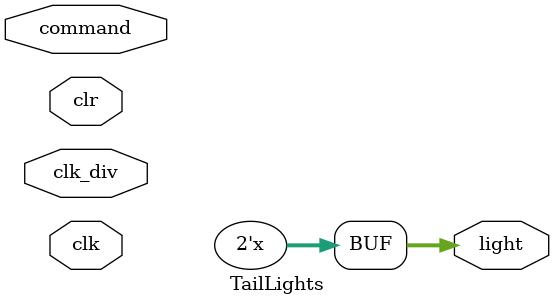
<source format=v>
module TailLights#(parameter DELY=500000000)
(input [2:0] command,input clr,clk,clk_div,output reg [1:0] light);
reg [2:0] state,next_state;
parameter S0=3'd0,S1=3'd1,S2=3'd2,S3=3'd3,S4=3'd4;

Even_Divider d1(.clk(clk),.clr(clr),.clk_div(clk_div));

always @* begin if(clr) state<=S0;else state<=next_state;end

always @(state,command)
begin
case(state)
S0:case(command)
3'd1: next_state <= S1;
3'd2: next_state <= S2;
3'd3: next_state <= S3;
3'd4: next_state <= S4;
default:next_state <=S0;
endcase
S1:case(command)
3'd1: next_state <= S1;
default:next_state <=S0;
endcase
S2:case(command)
3'd2: next_state <= S2;
default:next_state <=S0;
endcase
S3:case(command)
3'd3: next_state <= S3;
default:next_state <=S0;
endcase
S4:case(command)
3'd4: next_state <= S4;
default:next_state <=S0;
endcase
default:next_state <=S0;
endcase 
end

always @(clk_div,state)
begin
case(state)//Éè0ÎªÃð£¬1ÎªÁÁ£¬Éè×óµÆÎªµÚÒ»Î»£¬ÓÒµÆÎªµÚ¶þÎ»
S0:begin light=2'b00;end//Õý³£ÐÐÊ»£¬²»ÁÁ
S1:begin light=2'b11;end//É²³µ£¬Ë«µÆ³£ÁÁ
S2:begin light[1]=~light[1];end//×ó×ª£¬×óµÆ¼ä¸ô1sÉÁË¸
S3:begin light[0]=~light[0];end//ÓÒ×ª£¬ÓÒµÆ¼ä¸ô1sÉÁË¸
endcase 
end

always @(clk,state)
begin
case(state)//Éè0ÎªÃð£¬1ÎªÁÁ£¬Éè×óµÆÎªµÚÒ»Î»£¬ÓÒµÆÎªµÚ¶þÎ»
S4:begin light=~light;end//Ë«ÉÁ£¬Ë«µÆ¼ä¸ô0.5sÉÁË¸
endcase end endmodule
</source>
